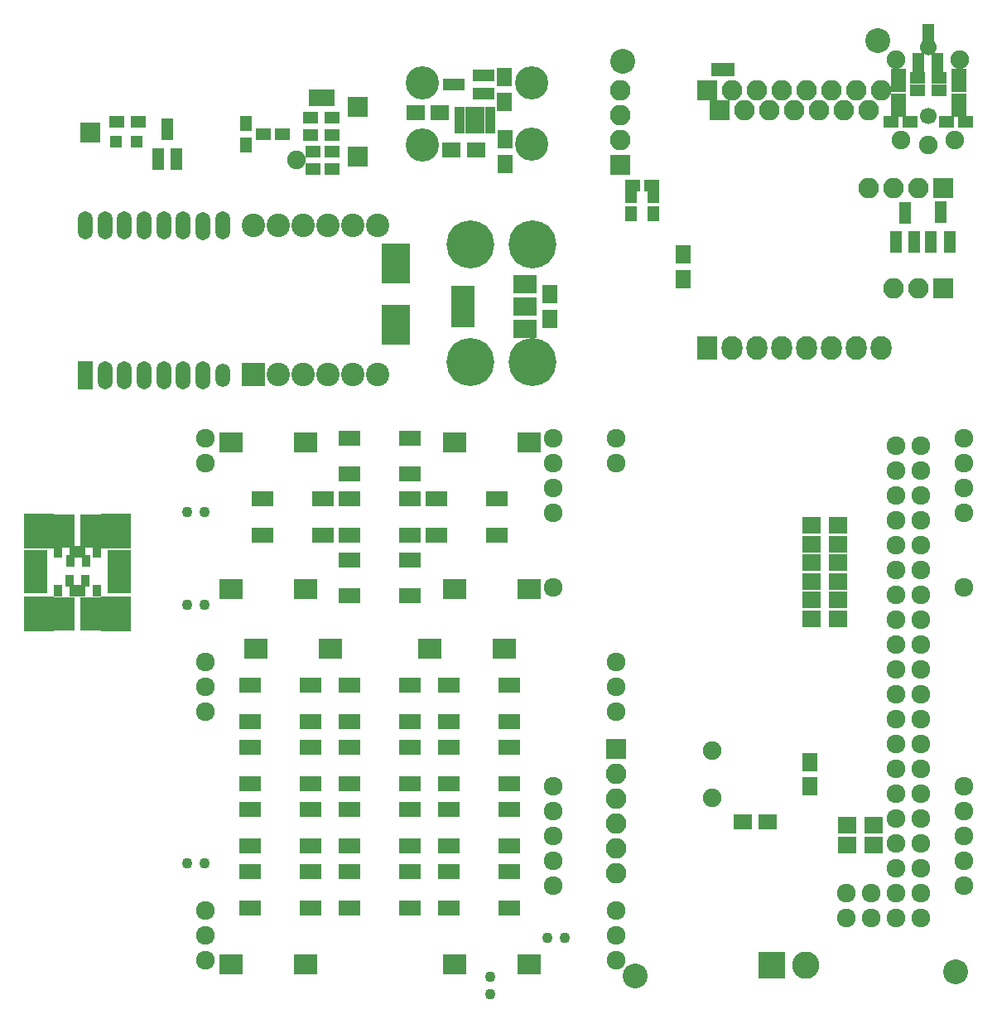
<source format=gts>
%MOIN*%
%OFA0B0*%
%FSLAX46Y46*%
%IPPOS*%
%LPD*%
%ADD10C,0.0078740157480314977*%
%ADD11R,0.074803149606299218X0.064960629921259838*%
%ADD12R,0.064960629921259838X0.074803149606299218*%
%ADD13R,0.0905511811023622X0.047244094488188976*%
%ADD14R,0.041338582677165357X0.027559055118110236*%
%ADD15R,0.04625984251968504X0.064566929133858267*%
%ADD16C,0.13385826771653545*%
%ADD27C,0.0039370078740157488*%
%ADD28C,0.1*%
%ADD29R,0.074803149606299218X0.066929133858267723*%
%ADD30R,0.083748031496063011X0.095748031496063*%
%ADD31O,0.083748031496063011X0.095748031496063*%
%ADD32R,0.082677165354330714X0.082677165354330714*%
%ADD33O,0.082677165354330714X0.082677165354330714*%
%ADD34C,0.11023622047244094*%
%ADD35R,0.11023622047244094X0.11023622047244094*%
%ADD36C,0.074803149606299218*%
%ADD37R,0.094488188976377951X0.055118110236220472*%
%ADD38R,0.064960629921259838X0.074803149606299218*%
%ADD39R,0.064960629921259838X0.094488188976377951*%
%ADD40R,0.059055118110236227X0.0452755905511811*%
%ADD41R,0.062992125984251982X0.0452755905511811*%
%ADD42R,0.074803149606299218X0.064960629921259838*%
%ADD43R,0.0452755905511811X0.062992125984251982*%
%ADD44R,0.062992125984251982X0.051181102362204731*%
%ADD45C,0.07574803149606299*%
%ADD46R,0.047244094488188976X0.0905511811023622*%
%ADD47R,0.047244094488188976X0.082677165354330714*%
%ADD48R,0.047244094488188976X0.066929133858267723*%
%ADD49C,0.066929133858267723*%
%ADD60C,0.0039370078740157488*%
%ADD61R,0.086614173228346469X0.059055118110236227*%
%ADD62R,0.094488188976377951X0.07874015748031496*%
%ADD63C,0.043307086614173235*%
%ADD64C,0.07574803149606299*%
%ADD75C,0.0078740157480314977*%
%ADD86C,0.0039370078740157488*%
%ADD87R,0.12204724409448819X0.14173228346456693*%
%ADD88R,0.094488188976377951X0.17322834645669294*%
%ADD89R,0.13385826771653545X0.13385826771653545*%
%ADD90R,0.035433070866141732X0.049212598425196853*%
%ADD101C,0.0078740157480314977*%
%ADD102R,0.095748031496063X0.095748031496063*%
%ADD103C,0.094488188976377951*%
%ADD104R,0.094488188976377951X0.16535433070866143*%
%ADD105R,0.094488188976377951X0.074803149606299218*%
%ADD106R,0.059055118110236227X0.1141732283464567*%
%ADD107O,0.059055118110236227X0.1141732283464567*%
%ADD108O,0.059055118110236227X0.094488188976377951*%
%ADD109R,0.064960629921259838X0.074803149606299218*%
%ADD110R,0.1141732283464567X0.16338582677165356*%
%ADD111C,0.192948031496063*%
%ADD122C,0.0039370078740157488*%
%ADD123R,0.062992125984251982X0.0452755905511811*%
%ADD124R,0.047244094488188976X0.051181102362204731*%
%ADD125R,0.047244094488188976X0.0905511811023622*%
%ADD126R,0.062992125984251982X0.051181102362204731*%
%ADD127R,0.051181102362204731X0.062992125984251982*%
%ADD128C,0.074803149606299218*%
%ADD129R,0.053937007874015758X0.065748031496063*%
%ADD130R,0.082677165354330714X0.082677165354330714*%
%LPD*%
G01G01G01G01*
D10*
D11*
X-0003740157Y0007086613D02*
X0001635629Y0003571613D03*
X0001734055Y0003571613D03*
X0001879055Y0003421614D03*
X0001780629Y0003421614D03*
D12*
X0001994842Y0003715826D03*
X0001994842Y0003617400D03*
X0001997342Y0003366614D03*
X0001997342Y0003465039D03*
D13*
X0001908897Y0003649212D03*
X0001908897Y0003724015D03*
X0001790786Y0003686614D03*
D14*
X0001813562Y0003581573D03*
X0001813562Y0003561889D03*
X0001813562Y0003542204D03*
X0001813562Y0003522519D03*
X0001813562Y0003502834D03*
X0001935610Y0003502834D03*
X0001935610Y0003522519D03*
X0001935610Y0003542204D03*
X0001935610Y0003561889D03*
X0001935610Y0003581573D03*
D15*
X0001889842Y0003517795D03*
X0001889842Y0003566614D03*
X0001859329Y0003517795D03*
X0001859329Y0003566614D03*
D16*
X0001664842Y0003691613D03*
X0001664842Y0003441614D03*
X0002104842Y0003691613D03*
X0002104842Y0003446614D03*
G01G01G01G01G01G01G01G01*
D27*
D28*
X0000708660Y0005511811D02*
X0002520661Y0000100810D03*
X0003811661Y0000114810D03*
X0003495661Y0003862811D03*
D29*
X0003373011Y0000626811D03*
X0003479311Y0000626811D03*
X0003373011Y0000704311D03*
X0003479311Y0000704311D03*
X0003336810Y0001911811D03*
X0003230511Y0001911811D03*
X0003336810Y0001836811D03*
X0003230511Y0001836811D03*
X0003336810Y0001761811D03*
X0003230511Y0001761811D03*
X0003336810Y0001686811D03*
X0003230511Y0001686811D03*
X0003336810Y0001611811D03*
X0003230511Y0001611811D03*
X0003336810Y0001536811D03*
X0003230511Y0001536811D03*
D30*
X0002808661Y0002626811D03*
D31*
X0002908661Y0002626811D03*
X0003008661Y0002626811D03*
X0003108661Y0002626811D03*
X0003208661Y0002626811D03*
X0003308661Y0002626811D03*
X0003408661Y0002626811D03*
X0003508661Y0002626811D03*
D32*
X0003758660Y0003269311D03*
D33*
X0003658661Y0003269311D03*
X0003558661Y0003269311D03*
X0003458661Y0003269311D03*
D32*
X0003758660Y0002864311D03*
D33*
X0003658661Y0002864311D03*
X0003558661Y0002864311D03*
D34*
X0003206456Y0000141811D03*
D35*
X0003068661Y0000141811D03*
D36*
X0002828661Y0001006810D03*
X0002828661Y0000814685D03*
D32*
X0002458661Y0003361811D03*
D33*
X0002458661Y0003461811D03*
X0002458661Y0003561811D03*
X0002458661Y0003661810D03*
D37*
X0002873535Y0003746811D03*
D38*
X0003222161Y0000861598D03*
X0003222161Y0000960023D03*
X0002713661Y0002902598D03*
X0002713661Y0003001023D03*
D39*
X0003822661Y0003602597D03*
X0003822661Y0003701023D03*
X0003578660Y0003701023D03*
X0003578660Y0003602597D03*
D40*
X0003774661Y0003535811D03*
D41*
X0003849464Y0003535811D03*
X0003626062Y0003536811D03*
X0003551259Y0003536811D03*
D42*
X0003052661Y0000717811D03*
X0002954236Y0000717811D03*
D43*
X0002504661Y0003164409D03*
X0002504661Y0003239212D03*
D41*
X0002511759Y0003280811D03*
X0002586562Y0003280811D03*
D43*
X0002592661Y0003239212D03*
X0002592661Y0003164409D03*
D32*
X0002808661Y0003661810D03*
D33*
X0002908661Y0003661810D03*
X0003008661Y0003661810D03*
X0003108661Y0003661810D03*
X0003208661Y0003661810D03*
X0003308661Y0003661810D03*
X0003408661Y0003661810D03*
X0003508661Y0003661810D03*
D32*
X0002442519Y0001011811D03*
D33*
X0002442519Y0000911810D03*
X0002442519Y0000811811D03*
X0002442519Y0000711811D03*
X0002442519Y0000611811D03*
X0002442519Y0000511811D03*
D32*
X0002858661Y0003581811D03*
D33*
X0002958661Y0003581811D03*
X0003058661Y0003581811D03*
X0003158661Y0003581811D03*
X0003258661Y0003581811D03*
X0003358660Y0003581811D03*
X0003458661Y0003581811D03*
D28*
X0002468661Y0003779811D03*
D44*
X0003655354Y0003661810D03*
X0003741968Y0003661810D03*
X0003655354Y0003711811D03*
X0003741968Y0003711811D03*
D45*
X0003568661Y0002231811D03*
X0003668661Y0002231811D03*
X0003568661Y0002131810D03*
X0003668661Y0002131810D03*
X0003568661Y0002031810D03*
X0003668661Y0002031810D03*
X0003568661Y0001931811D03*
X0003668661Y0001931811D03*
X0003568661Y0001831811D03*
X0003668661Y0001831811D03*
X0003568661Y0001731811D03*
X0003668661Y0001731811D03*
X0003568661Y0001631810D03*
X0003668661Y0001631810D03*
X0003568661Y0001531811D03*
X0003668661Y0001531811D03*
X0003568661Y0001431810D03*
X0003668661Y0001431810D03*
X0003568661Y0001331811D03*
X0003668661Y0001331811D03*
X0003568661Y0001231810D03*
X0003668661Y0001231810D03*
X0003568661Y0001131811D03*
X0003668661Y0001131811D03*
X0003568661Y0001031811D03*
X0003668661Y0001031811D03*
X0003568661Y0000931810D03*
X0003668661Y0000931810D03*
X0003568661Y0000831811D03*
X0003668661Y0000831811D03*
X0003568661Y0000731810D03*
X0003668661Y0000731810D03*
X0003568661Y0000631811D03*
X0003668661Y0000631811D03*
X0003568661Y0000531810D03*
X0003668661Y0000531810D03*
X0003568661Y0000431810D03*
X0003668661Y0000431810D03*
X0003568661Y0000331810D03*
X0003668661Y0000331810D03*
X0003468660Y0000431810D03*
X0003468660Y0000331810D03*
X0003368661Y0000431810D03*
X0003368661Y0000331810D03*
X0002442519Y0002162204D03*
X0002442519Y0002262204D03*
X0003842519Y0000462204D03*
X0003842519Y0000562204D03*
X0003842519Y0000662204D03*
X0003842519Y0000762204D03*
X0003842519Y0000862204D03*
X0002442519Y0001362204D03*
X0002442519Y0001262204D03*
X0002442519Y0001162204D03*
X0002442519Y0000362204D03*
X0002442519Y0000262204D03*
X0002442519Y0000162204D03*
X0003842519Y0002262204D03*
X0003842519Y0002162204D03*
X0003842519Y0002062204D03*
X0003842519Y0001962204D03*
X0003842519Y0001662204D03*
D46*
X0003711259Y0003053700D03*
X0003786062Y0003053700D03*
X0003748660Y0003171811D03*
X0003569858Y0003051810D03*
X0003644661Y0003051810D03*
X0003607259Y0003169921D03*
D47*
X0003661661Y0003772810D03*
X0003736464Y0003772810D03*
D48*
X0003699062Y0003896062D03*
D49*
X0003698660Y0003835511D03*
D36*
X0003590393Y0003461496D03*
X0003806929Y0003461496D03*
X0003698660Y0003441811D03*
X0003570708Y0003784330D03*
X0003826614Y0003784330D03*
D49*
X0003698660Y0003559920D03*
G01G01G01G01G01G01G01G01*
D60*
D61*
X-0005157480Y0006496062D02*
X0001370472Y0001773897D03*
X0001614566Y0001773897D03*
X0001370472Y0001628228D03*
X0001614566Y0001628228D03*
X0001020472Y0002018897D03*
X0001264566Y0002018897D03*
X0001020472Y0001873228D03*
X0001264566Y0001873228D03*
X0001770472Y0000518897D03*
X0002014565Y0000518897D03*
X0001770472Y0000373227D03*
X0002014565Y0000373227D03*
X0000970472Y0000518897D03*
X0001214566Y0000518897D03*
X0000970472Y0000373227D03*
X0001214566Y0000373227D03*
X0001370472Y0000518897D03*
X0001614566Y0000518897D03*
X0001370472Y0000373227D03*
X0001614566Y0000373227D03*
X0000970472Y0001268897D03*
X0001214566Y0001268897D03*
X0000970472Y0001123228D03*
X0001214566Y0001123228D03*
X0001370472Y0001268897D03*
X0001614566Y0001268897D03*
X0001370472Y0001123228D03*
X0001614566Y0001123228D03*
X0001770472Y0001268897D03*
X0002014565Y0001268897D03*
X0001770472Y0001123228D03*
X0002014565Y0001123228D03*
X0000970472Y0001018896D03*
X0001214566Y0001018896D03*
X0000970472Y0000873228D03*
X0001214566Y0000873228D03*
X0001370472Y0001018896D03*
X0001614566Y0001018896D03*
X0001370472Y0000873228D03*
X0001614566Y0000873228D03*
X0001770472Y0001018896D03*
X0002014565Y0001018896D03*
X0001770472Y0000873228D03*
X0002014565Y0000873228D03*
X0000970472Y0000768897D03*
X0001214566Y0000768897D03*
X0000970472Y0000623228D03*
X0001214566Y0000623228D03*
X0001370472Y0000768897D03*
X0001614566Y0000768897D03*
X0001370472Y0000623228D03*
X0001614566Y0000623228D03*
X0001770472Y0000768897D03*
X0002014565Y0000768897D03*
X0001770472Y0000623228D03*
X0002014565Y0000623228D03*
X0001370472Y0002018897D03*
X0001614566Y0002018897D03*
X0001370472Y0001873228D03*
X0001614566Y0001873228D03*
X0001720472Y0002018897D03*
X0001964566Y0002018897D03*
X0001720472Y0001873228D03*
X0001964566Y0001873228D03*
X0001614566Y0002118228D03*
X0001370472Y0002118228D03*
X0001614566Y0002263897D03*
X0001370472Y0002263897D03*
D62*
X0000892519Y0002246062D03*
X0001192519Y0002246062D03*
X0002092518Y0002246062D03*
X0001792519Y0002246062D03*
X0001292519Y0001416060D03*
X0000992519Y0001416060D03*
X0001992519Y0001416060D03*
X0001692519Y0001416060D03*
X0001192519Y0000146062D03*
X0000892519Y0000146062D03*
X0002092518Y0000146062D03*
X0001792519Y0000146062D03*
X0001192519Y0001656062D03*
X0000892519Y0001656062D03*
D63*
X0000787952Y0000551062D03*
X0000717085Y0000551062D03*
X0002167086Y0000251062D03*
X0002237952Y0000251062D03*
X0001937519Y0000096496D03*
X0001937519Y0000025629D03*
D62*
X0002092518Y0001656062D03*
X0001792519Y0001656062D03*
D63*
X0000787952Y0001591062D03*
X0000717085Y0001591062D03*
X0000787952Y0001966062D03*
X0000717085Y0001966062D03*
D64*
X0000789019Y0002162062D03*
X0000789019Y0002262062D03*
X0002189019Y0000462062D03*
X0002189019Y0000562062D03*
X0002189019Y0000662061D03*
X0002189019Y0000762062D03*
X0002189019Y0000862062D03*
X0000789019Y0001362062D03*
X0000789019Y0001262062D03*
X0000789019Y0001162062D03*
X0000789019Y0000362062D03*
X0000789019Y0000262062D03*
X0000789019Y0000162062D03*
X0002189019Y0002262062D03*
X0002189019Y0002162062D03*
X0002189019Y0002062062D03*
X0002189019Y0001962062D03*
X0002189019Y0001662062D03*
G04 next file*
G01G01G01G01G01G01G01G01*
D75*
G01G01G01G01G01G01G01G01*
D86*
D87*
X-0006220472Y0006299212D02*
X0000120078Y0001889762D03*
X0000431102Y0001889762D03*
D88*
X0000444881Y0001724409D03*
X0000106299Y0001724409D03*
D87*
X0000431102Y0001555118D03*
X0000120078Y0001555118D03*
D89*
X0000354330Y0001555118D03*
X0000196850Y0001555118D03*
X0000196850Y0001889762D03*
X0000354330Y0001889762D03*
D90*
X0000307086Y0001688976D03*
X0000244094Y0001688976D03*
X0000259842Y0001807086D03*
X0000196850Y0001807086D03*
X0000196850Y0001649606D03*
X0000259842Y0001649606D03*
X0000354330Y0001649606D03*
X0000291338Y0001649606D03*
X0000291338Y0001807086D03*
X0000354330Y0001807086D03*
X0000311023Y0001767715D03*
X0000248031Y0001767715D03*
G04 next file*
G01G01G01G01G01G01G01G01*
D101*
D102*
X-0004842519Y0006692913D02*
X0000982480Y0002517913D03*
D103*
X0001082480Y0002517913D03*
X0001182480Y0002517913D03*
X0001282480Y0002517913D03*
X0001382480Y0002517913D03*
X0001482480Y0002517913D03*
X0001282480Y0003117913D03*
X0001382480Y0003117913D03*
X0000982480Y0003117913D03*
X0001082480Y0003117913D03*
X0001482480Y0003117913D03*
X0001182480Y0003117913D03*
D104*
X0001827480Y0002792913D03*
D105*
X0002075511Y0002792913D03*
X0002075511Y0002883464D03*
X0002075511Y0002702362D03*
D106*
X0000307480Y0002514173D03*
D107*
X0000386219Y0002514173D03*
X0000464960Y0002514173D03*
X0000543700Y0002514173D03*
X0000622440Y0002514173D03*
X0000701181Y0002514173D03*
X0000779921Y0002514173D03*
D108*
X0000858661Y0002514173D03*
D107*
X0000858661Y0003120472D03*
X0000779921Y0003116535D03*
X0000701181Y0003120472D03*
X0000622440Y0003120472D03*
X0000543700Y0003120472D03*
X0000464960Y0003120472D03*
X0000386219Y0003120472D03*
X0000307480Y0003120472D03*
D109*
X0002177480Y0002841338D03*
X0002177480Y0002742913D03*
D110*
X0001557479Y0002719881D03*
X0001557479Y0002965943D03*
D111*
X0001857480Y0003042913D03*
X0002107480Y0003042913D03*
X0001857480Y0002567913D03*
X0002107480Y0002567913D03*
G04 next file*
G04 #@! TF.FileFunction,Soldermask,Top*
G04 Gerber Fmt 4.6, Leading zero omitted, Abs format (unit mm)*
G04 Created by KiCad (PCBNEW 4.0.4-stable) date 03/14/17 03:23:15*
G01G01G01G01G01G01G01G01*
G04 APERTURE LIST*
G04 APERTURE END LIST*
D122*
D123*
X-0003897637Y-0003503937D02*
X0001099763Y0003486062D03*
X0001024960Y0003486062D03*
X0001299763Y0003346062D03*
X0001224960Y0003346062D03*
X0001299763Y0003416062D03*
X0001224960Y0003416062D03*
D124*
X0000431023Y0003456062D03*
X0000513700Y0003456062D03*
D125*
X0000599960Y0003387007D03*
X0000674763Y0003387007D03*
X0000637362Y0003505118D03*
D126*
X0000520669Y0003536062D03*
X0000434055Y0003536062D03*
D127*
X0000952362Y0003529369D03*
X0000952362Y0003442755D03*
D126*
X0001300669Y0003551062D03*
X0001214055Y0003551062D03*
X0001214055Y0003481062D03*
X0001300669Y0003481062D03*
D128*
X0001157362Y0003381062D03*
D129*
X0001232165Y0003631061D03*
X0001282559Y0003631061D03*
D130*
X0001402362Y0003596062D03*
X0000327362Y0003491062D03*
X0001402362Y0003396062D03*
M02*
</source>
